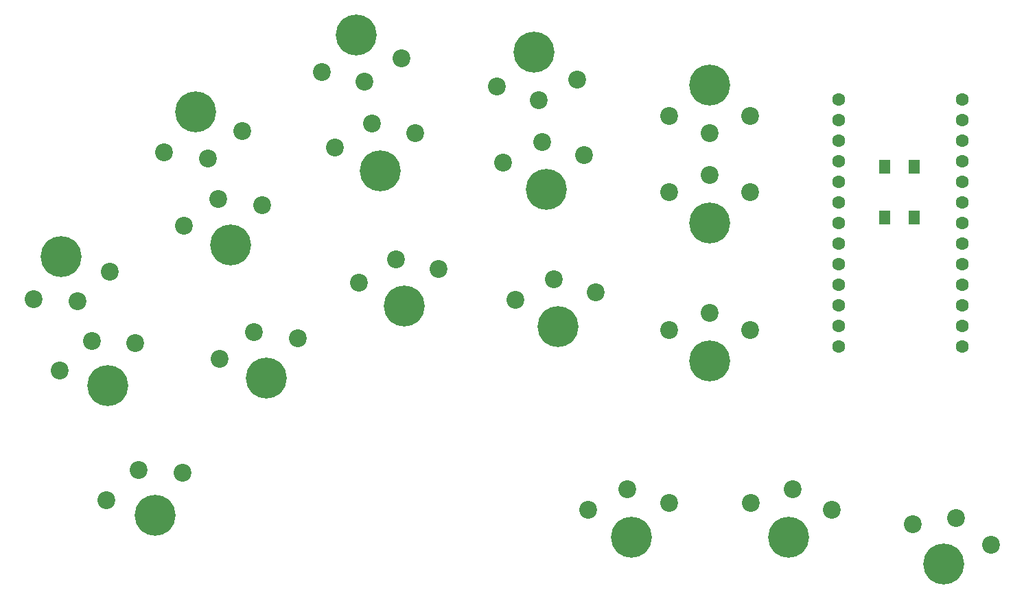
<source format=gbs>
G04 #@! TF.GenerationSoftware,KiCad,Pcbnew,8.0.7*
G04 #@! TF.CreationDate,2025-03-14T09:47:22+07:00*
G04 #@! TF.ProjectId,Lapka,4c61706b-612e-46b6-9963-61645f706362,rev?*
G04 #@! TF.SameCoordinates,Original*
G04 #@! TF.FileFunction,Soldermask,Bot*
G04 #@! TF.FilePolarity,Negative*
%FSLAX46Y46*%
G04 Gerber Fmt 4.6, Leading zero omitted, Abs format (unit mm)*
G04 Created by KiCad (PCBNEW 8.0.7) date 2025-03-14 09:47:22*
%MOMM*%
%LPD*%
G01*
G04 APERTURE LIST*
%ADD10C,5.050000*%
%ADD11C,2.200000*%
%ADD12C,1.600000*%
%ADD13R,1.400000X1.700000*%
G04 APERTURE END LIST*
D10*
G04 #@! TO.C,SW6*
X97829107Y-95014189D03*
D11*
X95811188Y-89470003D03*
X91830967Y-93153458D03*
X101227894Y-89733256D03*
G04 #@! TD*
D10*
G04 #@! TO.C,SW4*
X150420102Y-53866100D03*
D11*
X150934321Y-59743649D03*
X155732267Y-57215861D03*
X145770320Y-58087419D03*
G04 #@! TD*
D10*
G04 #@! TO.C,SW5*
X172090001Y-57919998D03*
D11*
X172090001Y-63819998D03*
X177090001Y-61719998D03*
X167090001Y-61719998D03*
G04 #@! TD*
D10*
G04 #@! TO.C,SW13*
X134383402Y-85199796D03*
D11*
X133358878Y-79389430D03*
X128799500Y-82325767D03*
X138647578Y-80589286D03*
G04 #@! TD*
D12*
G04 #@! TO.C,U2*
X187960000Y-62230000D03*
X187960000Y-64770000D03*
X187960000Y-67310000D03*
X187960000Y-69850000D03*
X187960000Y-72390000D03*
X187960000Y-74930000D03*
X187960000Y-77470000D03*
X187960000Y-80010000D03*
X187960000Y-82550000D03*
X187960000Y-85090000D03*
X187960000Y-87630000D03*
X187960000Y-90170000D03*
X203200010Y-62229990D03*
X203200010Y-64769990D03*
X203200010Y-67309990D03*
X203200010Y-69849990D03*
X203200010Y-72389990D03*
X203200010Y-74929990D03*
X203200010Y-77469990D03*
X203200010Y-80009990D03*
X203200010Y-82549990D03*
X203200010Y-85089990D03*
X203200010Y-87629990D03*
X203200010Y-90169990D03*
X187960000Y-59690000D03*
X203200010Y-59689990D03*
G04 #@! TD*
D10*
G04 #@! TO.C,SW3*
X128479404Y-51716295D03*
D11*
X129503928Y-57526661D03*
X134063306Y-54590324D03*
X124215228Y-56326805D03*
G04 #@! TD*
D10*
G04 #@! TO.C,SW7*
X112997102Y-77661401D03*
D11*
X111470070Y-71962439D03*
X107183960Y-75284978D03*
X116843219Y-72696788D03*
G04 #@! TD*
D10*
G04 #@! TO.C,SW12*
X117396999Y-94082091D03*
D11*
X115869967Y-88383129D03*
X111583857Y-91705668D03*
X121243116Y-89117478D03*
G04 #@! TD*
D10*
G04 #@! TO.C,SW17*
X181814900Y-113672093D03*
D11*
X182329119Y-107794544D03*
X177165118Y-109450774D03*
X187127065Y-110322332D03*
G04 #@! TD*
D10*
G04 #@! TO.C,SW10*
X172090008Y-74919990D03*
D11*
X172090008Y-69019990D03*
X167090008Y-71119990D03*
X177090008Y-71119990D03*
G04 #@! TD*
D10*
G04 #@! TO.C,SW1*
X92014809Y-79039394D03*
D11*
X94032728Y-84583580D03*
X98012949Y-80900125D03*
X88616022Y-84320327D03*
G04 #@! TD*
D10*
G04 #@! TO.C,SW2*
X108597107Y-61240697D03*
D11*
X110124139Y-66939659D03*
X114410249Y-63617120D03*
X104750990Y-66205310D03*
G04 #@! TD*
D10*
G04 #@! TO.C,SW18*
X200933190Y-117043093D03*
D11*
X202460222Y-111344131D03*
X197087073Y-112078480D03*
X206746332Y-114666670D03*
G04 #@! TD*
D10*
G04 #@! TO.C,SW15*
X172090003Y-91919996D03*
D11*
X172090003Y-86019996D03*
X167090003Y-88119996D03*
X177090003Y-88119996D03*
G04 #@! TD*
D10*
G04 #@! TO.C,SW11*
X103643400Y-110988987D03*
D11*
X101625481Y-105444801D03*
X97645260Y-109128256D03*
X107042187Y-105708054D03*
G04 #@! TD*
D10*
G04 #@! TO.C,SW9*
X151901803Y-70801395D03*
D11*
X151387584Y-64923846D03*
X146589638Y-67451634D03*
X156551585Y-66580076D03*
G04 #@! TD*
D10*
G04 #@! TO.C,SW8*
X131431401Y-68458093D03*
D11*
X130406877Y-62647727D03*
X125847499Y-65584064D03*
X135695577Y-63847583D03*
G04 #@! TD*
D10*
G04 #@! TO.C,SW14*
X153383410Y-87736697D03*
D11*
X152869191Y-81859148D03*
X148071245Y-84386936D03*
X158033192Y-83515378D03*
G04 #@! TD*
D10*
G04 #@! TO.C,SW16*
X162401804Y-113672096D03*
D11*
X161887585Y-107794547D03*
X157089639Y-110322335D03*
X167051586Y-109450777D03*
G04 #@! TD*
D13*
G04 #@! TO.C,REF\u002A\u002A*
X197280001Y-74269998D03*
X197279998Y-67969999D03*
X193679998Y-74269999D03*
X193680001Y-67969999D03*
G04 #@! TD*
M02*

</source>
